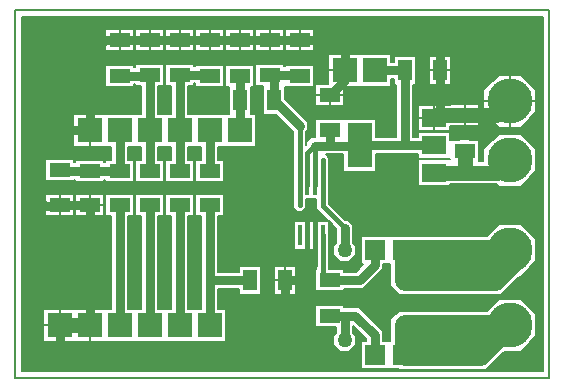
<source format=gbr>
G04 PROTEUS RS274X GERBER FILE*
%FSLAX45Y45*%
%MOMM*%
G01*
%ADD15C,0.762000*%
%ADD16C,1.270000*%
%ADD17C,1.778000*%
%ADD10C,0.381000*%
%ADD11C,1.270000*%
%ADD14C,0.203200*%
%ADD18R,2.032000X1.524000*%
%ADD19R,2.032000X3.810000*%
%ADD70R,1.803400X1.143000*%
%ADD12R,2.032000X2.032000*%
%ADD71R,1.143000X1.803400*%
%ADD20R,4.572000X1.651000*%
%ADD21R,1.651000X1.651000*%
%ADD13C,3.810000*%
%ADD22R,0.304800X1.778000*%
G36*
X+3453580Y+5077459D02*
X-957580Y+5077459D01*
X-957580Y+8069581D01*
X+3453580Y+8069581D01*
X+3453580Y+5077459D01*
G37*
%LPC*%
G36*
X+2919729Y+7146291D02*
X+2672079Y+7146291D01*
X+2672079Y+7104381D01*
X+2397761Y+7104381D01*
X+2397761Y+7327899D01*
X+2668271Y+7327899D01*
X+2668271Y+7331709D01*
X+2919729Y+7331709D01*
X+2919729Y+7146291D01*
G37*
G36*
X+2169159Y+7693659D02*
X+2193291Y+7693659D01*
X+2193291Y+7745729D01*
X+2378709Y+7745729D01*
X+2378709Y+7494271D01*
X+2359659Y+7494271D01*
X+2359659Y+7058659D01*
X+2397761Y+7058659D01*
X+2397761Y+7096759D01*
X+2672079Y+7096759D01*
X+2672079Y+7031709D01*
X+2746618Y+7031709D01*
X+2752968Y+7038059D01*
X+2835032Y+7038059D01*
X+2841382Y+7031709D01*
X+2919729Y+7031709D01*
X+2919729Y+6852919D01*
X+2948941Y+6852919D01*
X+2948941Y+6951637D01*
X+3081363Y+7084059D01*
X+3268637Y+7084059D01*
X+3401059Y+6951637D01*
X+3401059Y+6764363D01*
X+3268637Y+6631941D01*
X+3081363Y+6631941D01*
X+3058503Y+6654801D01*
X+2672079Y+6654801D01*
X+2672079Y+6642101D01*
X+2397761Y+6642101D01*
X+2397761Y+6865619D01*
X+2668271Y+6865619D01*
X+2668271Y+6873241D01*
X+2397761Y+6873241D01*
X+2397761Y+6911341D01*
X+2042159Y+6911341D01*
X+2042159Y+6758941D01*
X+1767841Y+6758941D01*
X+1767841Y+6908341D01*
X+1618890Y+6908341D01*
X+1646609Y+6880622D01*
X+1646609Y+6491928D01*
X+1781569Y+6356968D01*
X+1808511Y+6356968D01*
X+1851659Y+6313820D01*
X+1851659Y+6162432D01*
X+1877059Y+6137032D01*
X+1877059Y+6054968D01*
X+1819032Y+5996941D01*
X+1736968Y+5996941D01*
X+1678941Y+6054968D01*
X+1678941Y+6137032D01*
X+1704341Y+6162432D01*
X+1704341Y+6279740D01*
X+1642799Y+6341282D01*
X+1642799Y+6249430D01*
X+1646609Y+6245620D01*
X+1646609Y+5934709D01*
X+1776729Y+5934709D01*
X+1776729Y+5915659D01*
X+1874491Y+5915659D01*
X+1936723Y+5977891D01*
X+1913891Y+5977891D01*
X+1913891Y+6214109D01*
X+2228097Y+6214109D01*
X+2234447Y+6220459D01*
X+2337553Y+6220459D01*
X+2343903Y+6214109D01*
X+2355097Y+6214109D01*
X+2361447Y+6220459D01*
X+2979763Y+6220459D01*
X+3081363Y+6322059D01*
X+3268637Y+6322059D01*
X+3401059Y+6189637D01*
X+3401059Y+6002363D01*
X+3268637Y+5869941D01*
X+3251953Y+5869941D01*
X+3226553Y+5844541D01*
X+3226551Y+5844541D01*
X+3099551Y+5717541D01*
X+2234448Y+5717541D01*
X+2161542Y+5790447D01*
X+2161542Y+5917446D01*
X+2161541Y+5917447D01*
X+2161541Y+5977891D01*
X+2105659Y+5977891D01*
X+2105659Y+5938491D01*
X+1935509Y+5768341D01*
X+1776729Y+5768341D01*
X+1776729Y+5749291D01*
X+1525271Y+5749291D01*
X+1525271Y+5934709D01*
X+1537391Y+5934709D01*
X+1537391Y+6098541D01*
X+1346201Y+6098541D01*
X+1346201Y+6347459D01*
X+1636622Y+6347459D01*
X+1537391Y+6446690D01*
X+1537391Y+6528541D01*
X+1451609Y+6528541D01*
X+1451609Y+6454380D01*
X+1419620Y+6422391D01*
X+1374380Y+6422391D01*
X+1342391Y+6454380D01*
X+1342391Y+7098441D01*
X+1200561Y+7240271D01*
X+1086291Y+7240271D01*
X+1086291Y+7491291D01*
X+1017271Y+7491291D01*
X+1017271Y+7676709D01*
X+1268729Y+7676709D01*
X+1268729Y+7657659D01*
X+1271271Y+7657659D01*
X+1271271Y+7666709D01*
X+1522729Y+7666709D01*
X+1522729Y+7481291D01*
X+1271709Y+7481291D01*
X+1271709Y+7377459D01*
X+1470658Y+7178510D01*
X+1470658Y+7117490D01*
X+1451609Y+7098441D01*
X+1451609Y+6989837D01*
X+1453341Y+6991569D01*
X+1453341Y+7012511D01*
X+1496489Y+7055659D01*
X+1525271Y+7055659D01*
X+1525271Y+7204709D01*
X+1767841Y+7204709D01*
X+1767841Y+7211059D01*
X+2042159Y+7211059D01*
X+2042159Y+7058659D01*
X+2212341Y+7058659D01*
X+2212341Y+7494271D01*
X+2193291Y+7494271D01*
X+2193291Y+7546341D01*
X+2169159Y+7546341D01*
X+2169159Y+7482841D01*
X+1776729Y+7482841D01*
X+1776729Y+7319291D01*
X+1525271Y+7319291D01*
X+1525271Y+7504709D01*
X+1640841Y+7504709D01*
X+1640841Y+7757159D01*
X+2169159Y+7757159D01*
X+2169159Y+7693659D01*
G37*
G36*
X+506729Y+7657659D02*
X+509271Y+7657659D01*
X+509271Y+7666709D01*
X+760729Y+7666709D01*
X+760729Y+7481291D01*
X+509271Y+7481291D01*
X+509271Y+7510341D01*
X+506729Y+7510341D01*
X+506729Y+7491291D01*
X+454659Y+7491291D01*
X+454659Y+7249159D01*
X+796291Y+7249159D01*
X+796291Y+7481291D01*
X+763271Y+7481291D01*
X+763271Y+7666709D01*
X+1014729Y+7666709D01*
X+1014729Y+7481291D01*
X+981709Y+7481291D01*
X+981709Y+7249159D01*
X+1026159Y+7249159D01*
X+1026159Y+6974841D01*
X+708659Y+6974841D01*
X+708659Y+6859709D01*
X+760729Y+6859709D01*
X+760729Y+6674291D01*
X+509271Y+6674291D01*
X+509271Y+6859709D01*
X+561341Y+6859709D01*
X+561341Y+6974841D01*
X+454659Y+6974841D01*
X+454659Y+6859709D01*
X+506729Y+6859709D01*
X+506729Y+6674291D01*
X+255271Y+6674291D01*
X+255271Y+6859709D01*
X+307341Y+6859709D01*
X+307341Y+6974841D01*
X+200659Y+6974841D01*
X+200659Y+6859709D01*
X+252729Y+6859709D01*
X+252729Y+6674291D01*
X+1271Y+6674291D01*
X+1271Y+6859709D01*
X+53341Y+6859709D01*
X+53341Y+6974841D01*
X-53341Y+6974841D01*
X-53341Y+6859709D01*
X-1271Y+6859709D01*
X-1271Y+6674291D01*
X-252729Y+6674291D01*
X-252729Y+6693341D01*
X-255271Y+6693341D01*
X-255271Y+6674291D01*
X-506729Y+6674291D01*
X-506729Y+6693341D01*
X-509271Y+6693341D01*
X-509271Y+6684291D01*
X-760729Y+6684291D01*
X-760729Y+6869709D01*
X-509271Y+6869709D01*
X-509271Y+6840659D01*
X-506729Y+6840659D01*
X-506729Y+6859709D01*
X-255271Y+6859709D01*
X-255271Y+6840659D01*
X-252729Y+6840659D01*
X-252729Y+6859709D01*
X-200659Y+6859709D01*
X-200659Y+6974841D01*
X-518159Y+6974841D01*
X-518159Y+7249159D01*
X+53341Y+7249159D01*
X+53341Y+7491291D01*
X+1271Y+7491291D01*
X+1271Y+7500341D01*
X-1271Y+7500341D01*
X-1271Y+7481291D01*
X-252729Y+7481291D01*
X-252729Y+7666709D01*
X-1271Y+7666709D01*
X-1271Y+7647659D01*
X+1271Y+7647659D01*
X+1271Y+7676709D01*
X+252729Y+7676709D01*
X+252729Y+7491291D01*
X+200659Y+7491291D01*
X+200659Y+7249159D01*
X+307341Y+7249159D01*
X+307341Y+7491291D01*
X+255271Y+7491291D01*
X+255271Y+7676709D01*
X+506729Y+7676709D01*
X+506729Y+7657659D01*
G37*
G36*
X+760729Y+6384291D02*
X+708659Y+6384291D01*
X+708659Y+5915659D01*
X+887291Y+5915659D01*
X+887291Y+5967729D01*
X+1072709Y+5967729D01*
X+1072709Y+5716271D01*
X+887291Y+5716271D01*
X+887291Y+5768341D01*
X+708659Y+5768341D01*
X+708659Y+5598159D01*
X+772159Y+5598159D01*
X+772159Y+5323841D01*
X-772159Y+5323841D01*
X-772159Y+5598159D01*
X-200659Y+5598159D01*
X-200659Y+6384291D01*
X-252729Y+6384291D01*
X-252729Y+6569709D01*
X-1271Y+6569709D01*
X-1271Y+6384291D01*
X-53341Y+6384291D01*
X-53341Y+5598159D01*
X+53341Y+5598159D01*
X+53341Y+6384291D01*
X+1271Y+6384291D01*
X+1271Y+6569709D01*
X+252729Y+6569709D01*
X+252729Y+6384291D01*
X+200659Y+6384291D01*
X+200659Y+5598159D01*
X+307341Y+5598159D01*
X+307341Y+6384291D01*
X+255271Y+6384291D01*
X+255271Y+6569709D01*
X+506729Y+6569709D01*
X+506729Y+6384291D01*
X+454659Y+6384291D01*
X+454659Y+5598159D01*
X+561341Y+5598159D01*
X+561341Y+6384291D01*
X+509271Y+6384291D01*
X+509271Y+6569709D01*
X+760729Y+6569709D01*
X+760729Y+6384291D01*
G37*
G36*
X-255271Y+6569709D02*
X-255271Y+6384291D01*
X-506729Y+6384291D01*
X-506729Y+6569709D01*
X-255271Y+6569709D01*
G37*
G36*
X-509271Y+6569709D02*
X-509271Y+6384291D01*
X-760729Y+6384291D01*
X-760729Y+6569709D01*
X-509271Y+6569709D01*
G37*
G36*
X+1362709Y+5716271D02*
X+1177291Y+5716271D01*
X+1177291Y+5967729D01*
X+1362709Y+5967729D01*
X+1362709Y+5716271D01*
G37*
G36*
X+1271Y+7781291D02*
X+1271Y+7966709D01*
X+252729Y+7966709D01*
X+252729Y+7781291D01*
X+1271Y+7781291D01*
G37*
G36*
X-252729Y+7781291D02*
X-252729Y+7966709D01*
X-1271Y+7966709D01*
X-1271Y+7781291D01*
X-252729Y+7781291D01*
G37*
G36*
X+1017271Y+7781291D02*
X+1017271Y+7966709D01*
X+1268729Y+7966709D01*
X+1268729Y+7781291D01*
X+1017271Y+7781291D01*
G37*
G36*
X+509271Y+7781291D02*
X+509271Y+7966709D01*
X+760729Y+7966709D01*
X+760729Y+7781291D01*
X+509271Y+7781291D01*
G37*
G36*
X+255271Y+7781291D02*
X+255271Y+7966709D01*
X+506729Y+7966709D01*
X+506729Y+7781291D01*
X+255271Y+7781291D01*
G37*
G36*
X+3401059Y+5554637D02*
X+3401059Y+5367363D01*
X+3268637Y+5234941D01*
X+3124953Y+5234941D01*
X+3099553Y+5209541D01*
X+3099551Y+5209541D01*
X+2972552Y+5082542D01*
X+2921000Y+5082542D01*
X+2361447Y+5082541D01*
X+2361446Y+5082542D01*
X+2234448Y+5082542D01*
X+2228099Y+5088891D01*
X+1913891Y+5088891D01*
X+1913891Y+5325109D01*
X+1957469Y+5325109D01*
X+1957469Y+5348969D01*
X+1851659Y+5454779D01*
X+1851659Y+5400432D01*
X+1877059Y+5375032D01*
X+1877059Y+5292968D01*
X+1819032Y+5234941D01*
X+1736968Y+5234941D01*
X+1678941Y+5292968D01*
X+1678941Y+5375032D01*
X+1704341Y+5400432D01*
X+1704341Y+5449291D01*
X+1525271Y+5449291D01*
X+1525271Y+5634709D01*
X+1776729Y+5634709D01*
X+1776729Y+5615659D01*
X+1899115Y+5615659D01*
X+2104787Y+5409987D01*
X+2104787Y+5325109D01*
X+2161541Y+5325109D01*
X+2161541Y+5385553D01*
X+2161542Y+5385554D01*
X+2161542Y+5512553D01*
X+2234448Y+5585459D01*
X+2979763Y+5585459D01*
X+3081363Y+5687059D01*
X+3268637Y+5687059D01*
X+3401059Y+5554637D01*
G37*
G36*
X+2948941Y+7264363D02*
X+2948941Y+7451637D01*
X+3081363Y+7584059D01*
X+3268637Y+7584059D01*
X+3401059Y+7451637D01*
X+3401059Y+7264363D01*
X+3268637Y+7131941D01*
X+3081363Y+7131941D01*
X+2948941Y+7264363D01*
G37*
G36*
X+1271271Y+7781291D02*
X+1271271Y+7966709D01*
X+1522729Y+7966709D01*
X+1522729Y+7781291D01*
X+1271271Y+7781291D01*
G37*
G36*
X+763271Y+7781291D02*
X+763271Y+7966709D01*
X+1014729Y+7966709D01*
X+1014729Y+7781291D01*
X+763271Y+7781291D01*
G37*
G36*
X+2678709Y+7494271D02*
X+2493291Y+7494271D01*
X+2493291Y+7745729D01*
X+2678709Y+7745729D01*
X+2678709Y+7494271D01*
G37*
%LPD*%
D15*
X-635000Y+6477000D02*
X-381000Y+6477000D01*
X-127000Y+6767000D02*
X-381000Y+6767000D01*
X-625000Y+6767000D01*
X-635000Y+6777000D01*
X+381000Y+7584000D02*
X+625000Y+7584000D01*
X+635000Y+7574000D01*
X+381000Y+7874000D02*
X+635000Y+7874000D01*
X-127000Y+7874000D02*
X+127000Y+7874000D01*
X+381000Y+7874000D01*
X-127000Y+7574000D02*
X+117000Y+7574000D01*
X+127000Y+7584000D01*
X+2534920Y+6985000D02*
X+2592172Y+6985000D01*
D16*
X+2794000Y+6939000D02*
X+2794000Y+6807287D01*
D17*
X+2413000Y+6096000D02*
X+3175000Y+6096000D01*
X+2286000Y+5334000D02*
X+3048000Y+5334000D01*
X+2413000Y+5207000D02*
X+2921000Y+5207000D01*
X+3048000Y+5334000D01*
X+3175000Y+5461000D01*
X+2286000Y+5461000D01*
X+2286000Y+5334000D01*
X+2286000Y+5207000D01*
X+2413000Y+5207000D01*
X+2286000Y+5969000D02*
X+3175000Y+5969000D01*
X+3175000Y+6096000D02*
X+3175000Y+5969000D01*
X+3048000Y+5842000D01*
X+2286000Y+5842000D01*
X+2286000Y+5969000D01*
X+2286000Y+6096000D01*
D15*
X+1651000Y+5842000D02*
X+1905000Y+5842000D01*
X+2032000Y+5969000D01*
X+2032000Y+6096000D01*
X+381000Y+7112000D02*
X+381000Y+6767000D01*
X+381000Y+7112000D02*
X+381000Y+7584000D01*
X+127000Y+7112000D02*
X+127000Y+6767000D01*
X+127000Y+7584000D02*
X+127000Y+7112000D01*
X-127000Y+7112000D02*
X-127000Y+6767000D01*
X-381000Y+7112000D02*
X-762000Y+7112000D01*
X-889000Y+6985000D01*
X-889000Y+6595261D01*
X-762244Y+6468505D01*
X-643495Y+6468505D01*
X-635000Y+6477000D01*
X-127000Y+7874000D02*
X-254000Y+7874000D01*
X-381000Y+7747000D01*
X-381000Y+7112000D01*
X+889000Y+7874000D02*
X+635000Y+7874000D01*
X+635000Y+7112000D02*
X+635000Y+6767000D01*
X+1143000Y+7584000D02*
X+1270000Y+7584000D01*
X+1387000Y+7584000D01*
X+1397000Y+7574000D01*
X+889000Y+7874000D02*
X+1143000Y+7874000D01*
X+1397000Y+7874000D01*
D16*
X+2667000Y+6753860D02*
X+2771140Y+6753860D01*
X+2794000Y+6753860D01*
X+3070860Y+6753860D01*
X+3175000Y+6858000D01*
X+2534920Y+6753860D02*
X+2667000Y+6753860D01*
X+2794000Y+6753860D02*
X+2794000Y+6807287D01*
X+2667000Y+7239000D02*
X+2794000Y+7239000D01*
X+3056000Y+7239000D01*
X+3175000Y+7358000D01*
D15*
X+635000Y+6477000D02*
X+635000Y+6223000D01*
D10*
X+1592000Y+6223000D02*
X+1592000Y+5901000D01*
X+1651000Y+5842000D01*
D15*
X+1651000Y+5542000D02*
X+1778000Y+5542000D01*
X+1868606Y+5542000D01*
X+2031128Y+5379478D01*
X+2031128Y+5207872D01*
X+2032000Y+5207000D01*
D10*
X+1462000Y+6223000D02*
X+1462000Y+5907000D01*
X+1460500Y+5905500D01*
X+1527000Y+6223000D02*
X+1527000Y+5972000D01*
X+1524000Y+5969000D01*
X+1462000Y+5907000D01*
X+1460500Y+5905500D02*
X+1397000Y+5842000D01*
X+1462000Y+6223000D02*
X+1462000Y+6390694D01*
X+1462790Y+6391484D01*
X+1527000Y+6223000D02*
X+1527000Y+6384288D01*
X+1527395Y+6384683D01*
X+1462000Y+6653000D02*
X+1462000Y+6923000D01*
X+1524000Y+6985000D01*
D15*
X+1905000Y+6985000D02*
X+2032000Y+6985000D01*
D16*
X+2557780Y+7239000D02*
X+2667000Y+7239000D01*
D15*
X-381000Y+5461000D02*
X-381000Y+6477000D01*
X-127000Y+6477000D02*
X-127000Y+5461000D01*
X+127000Y+6477000D02*
X+127000Y+5461000D01*
X+381000Y+6477000D02*
X+381000Y+5461000D01*
D16*
X-635000Y+5461000D02*
X-381000Y+5461000D01*
D15*
X+980000Y+5842000D02*
X+635000Y+5842000D01*
X+635000Y+6223000D02*
X+635000Y+5842000D01*
X+635000Y+5461000D01*
X+1397000Y+5842000D02*
X+1270000Y+5842000D01*
D10*
X+1592000Y+6653000D02*
X+1592000Y+6858003D01*
X+1591772Y+6858231D01*
X+1397000Y+6653000D02*
X+1397000Y+6477000D01*
D15*
X+1179000Y+7366000D02*
X+1179000Y+7548000D01*
X+1143000Y+7584000D01*
X+1179000Y+7366000D02*
X+1397000Y+7148000D01*
D10*
X+1397000Y+6653000D02*
X+1397000Y+7148000D01*
X+1527000Y+6653000D02*
X+1527000Y+6982000D01*
X+1524000Y+6985000D01*
D15*
X+1778000Y+6283309D02*
X+1778000Y+6096000D01*
D10*
X+1592000Y+6653000D02*
X+1592000Y+6469309D01*
X+1616301Y+6445008D01*
X+1778000Y+6283309D01*
D15*
X+1778000Y+5334000D02*
X+1778000Y+5542000D01*
X+1778000Y+7874000D02*
X+1778000Y+7620000D01*
X+2586000Y+7620000D02*
X+2586000Y+7267220D01*
X+2557780Y+7239000D01*
X+2534920Y+7216140D01*
X+2586000Y+7620000D02*
X+2586000Y+7828000D01*
X+2540000Y+7874000D01*
X+1778000Y+7874000D01*
X+1651000Y+7874000D01*
X+1397000Y+7874000D02*
X+1651000Y+7874000D01*
X+2032000Y+7620000D02*
X+2286000Y+7620000D01*
X+2286000Y+6985000D01*
X+2032000Y+6985000D02*
X+2286000Y+6985000D01*
X+2534920Y+6985000D01*
X+1651000Y+7412000D02*
X+1778000Y+7539000D01*
X+1778000Y+7620000D01*
X-635000Y+5461000D02*
X-635000Y+5241494D01*
X-601029Y+5207523D01*
X+1016523Y+5207523D01*
X+1270000Y+5461000D01*
X+1270000Y+5842000D01*
X+1651000Y+7112000D02*
X+1651000Y+6985000D01*
X+1651000Y+6982000D01*
D10*
X+1524000Y+6985000D02*
X+1651000Y+6985000D01*
X+1905000Y+6985000D01*
D15*
X+1527000Y+6982000D02*
X+1651000Y+6982000D01*
X+1902000Y+6982000D01*
X+1905000Y+6985000D01*
X+889000Y+7366000D02*
X+889000Y+7574000D01*
X+889000Y+7366000D02*
X+889000Y+7112000D01*
D11*
X+1778000Y+6096000D03*
X+1778000Y+5334000D03*
D14*
X+3453580Y+5077459D02*
X-957580Y+5077459D01*
X-957580Y+8069581D01*
X+3453580Y+8069581D01*
X+3453580Y+5077459D01*
X+2919729Y+7146291D02*
X+2672079Y+7146291D01*
X+2672079Y+7104381D01*
X+2397761Y+7104381D01*
X+2397761Y+7327899D01*
X+2668271Y+7327899D01*
X+2668271Y+7331709D01*
X+2919729Y+7331709D01*
X+2919729Y+7146291D01*
X+2169159Y+7693659D02*
X+2193291Y+7693659D01*
X+2193291Y+7745729D01*
X+2378709Y+7745729D01*
X+2378709Y+7494271D01*
X+2359659Y+7494271D01*
X+2359659Y+7058659D01*
X+2397761Y+7058659D01*
X+2397761Y+7096759D01*
X+2672079Y+7096759D01*
X+2672079Y+7031709D01*
X+2746618Y+7031709D01*
X+2752968Y+7038059D01*
X+2835032Y+7038059D01*
X+2841382Y+7031709D01*
X+2919729Y+7031709D01*
X+2919729Y+6852919D01*
X+2948941Y+6852919D01*
X+2948941Y+6951637D01*
X+3081363Y+7084059D01*
X+3268637Y+7084059D01*
X+3401059Y+6951637D01*
X+3401059Y+6764363D01*
X+3268637Y+6631941D01*
X+3081363Y+6631941D01*
X+3058503Y+6654801D01*
X+2672079Y+6654801D01*
X+2672079Y+6642101D01*
X+2397761Y+6642101D01*
X+2397761Y+6865619D01*
X+2668271Y+6865619D01*
X+2668271Y+6873241D01*
X+2397761Y+6873241D01*
X+2397761Y+6911341D01*
X+2042159Y+6911341D01*
X+2042159Y+6758941D01*
X+1767841Y+6758941D01*
X+1767841Y+6908341D01*
X+1618890Y+6908341D01*
X+1646609Y+6880622D01*
X+1646609Y+6491928D01*
X+1781569Y+6356968D01*
X+1808511Y+6356968D01*
X+1851659Y+6313820D01*
X+1851659Y+6162432D01*
X+1877059Y+6137032D01*
X+1877059Y+6054968D01*
X+1819032Y+5996941D01*
X+1736968Y+5996941D01*
X+1678941Y+6054968D01*
X+1678941Y+6137032D01*
X+1704341Y+6162432D01*
X+1704341Y+6279740D01*
X+1642799Y+6341282D01*
X+1642799Y+6249430D01*
X+1646609Y+6245620D01*
X+1646609Y+5934709D01*
X+1776729Y+5934709D01*
X+1776729Y+5915659D01*
X+1874491Y+5915659D01*
X+1936723Y+5977891D01*
X+1913891Y+5977891D01*
X+1913891Y+6214109D01*
X+2228097Y+6214109D01*
X+2234447Y+6220459D01*
X+2337553Y+6220459D01*
X+2343903Y+6214109D01*
X+2355097Y+6214109D01*
X+2361447Y+6220459D01*
X+2979763Y+6220459D01*
X+3081363Y+6322059D01*
X+3268637Y+6322059D01*
X+3401059Y+6189637D01*
X+3401059Y+6002363D01*
X+3268637Y+5869941D01*
X+3251953Y+5869941D01*
X+3226553Y+5844541D01*
X+3226551Y+5844541D01*
X+3099551Y+5717541D01*
X+2234448Y+5717541D01*
X+2161542Y+5790447D01*
X+2161542Y+5917446D01*
X+2161541Y+5917447D01*
X+2161541Y+5977891D01*
X+2105659Y+5977891D01*
X+2105659Y+5938491D01*
X+1935509Y+5768341D01*
X+1776729Y+5768341D01*
X+1776729Y+5749291D01*
X+1525271Y+5749291D01*
X+1525271Y+5934709D01*
X+1537391Y+5934709D01*
X+1537391Y+6098541D01*
X+1346201Y+6098541D01*
X+1346201Y+6347459D01*
X+1636622Y+6347459D01*
X+1537391Y+6446690D01*
X+1537391Y+6528541D01*
X+1451609Y+6528541D01*
X+1451609Y+6454380D01*
X+1419620Y+6422391D01*
X+1374380Y+6422391D01*
X+1342391Y+6454380D01*
X+1342391Y+7098441D01*
X+1200561Y+7240271D01*
X+1086291Y+7240271D01*
X+1086291Y+7491291D01*
X+1017271Y+7491291D01*
X+1017271Y+7676709D01*
X+1268729Y+7676709D01*
X+1268729Y+7657659D01*
X+1271271Y+7657659D01*
X+1271271Y+7666709D01*
X+1522729Y+7666709D01*
X+1522729Y+7481291D01*
X+1271709Y+7481291D01*
X+1271709Y+7377459D01*
X+1470658Y+7178510D01*
X+1470658Y+7117490D01*
X+1451609Y+7098441D01*
X+1451609Y+6989837D01*
X+1453341Y+6991569D01*
X+1453341Y+7012511D01*
X+1496489Y+7055659D01*
X+1525271Y+7055659D01*
X+1525271Y+7204709D01*
X+1767841Y+7204709D01*
X+1767841Y+7211059D01*
X+2042159Y+7211059D01*
X+2042159Y+7058659D01*
X+2212341Y+7058659D01*
X+2212341Y+7494271D01*
X+2193291Y+7494271D01*
X+2193291Y+7546341D01*
X+2169159Y+7546341D01*
X+2169159Y+7482841D01*
X+1776729Y+7482841D01*
X+1776729Y+7319291D01*
X+1525271Y+7319291D01*
X+1525271Y+7504709D01*
X+1640841Y+7504709D01*
X+1640841Y+7757159D01*
X+2169159Y+7757159D01*
X+2169159Y+7693659D01*
X+506729Y+7657659D02*
X+509271Y+7657659D01*
X+509271Y+7666709D01*
X+760729Y+7666709D01*
X+760729Y+7481291D01*
X+509271Y+7481291D01*
X+509271Y+7510341D01*
X+506729Y+7510341D01*
X+506729Y+7491291D01*
X+454659Y+7491291D01*
X+454659Y+7249159D01*
X+796291Y+7249159D01*
X+796291Y+7481291D01*
X+763271Y+7481291D01*
X+763271Y+7666709D01*
X+1014729Y+7666709D01*
X+1014729Y+7481291D01*
X+981709Y+7481291D01*
X+981709Y+7249159D01*
X+1026159Y+7249159D01*
X+1026159Y+6974841D01*
X+708659Y+6974841D01*
X+708659Y+6859709D01*
X+760729Y+6859709D01*
X+760729Y+6674291D01*
X+509271Y+6674291D01*
X+509271Y+6859709D01*
X+561341Y+6859709D01*
X+561341Y+6974841D01*
X+454659Y+6974841D01*
X+454659Y+6859709D01*
X+506729Y+6859709D01*
X+506729Y+6674291D01*
X+255271Y+6674291D01*
X+255271Y+6859709D01*
X+307341Y+6859709D01*
X+307341Y+6974841D01*
X+200659Y+6974841D01*
X+200659Y+6859709D01*
X+252729Y+6859709D01*
X+252729Y+6674291D01*
X+1271Y+6674291D01*
X+1271Y+6859709D01*
X+53341Y+6859709D01*
X+53341Y+6974841D01*
X-53341Y+6974841D01*
X-53341Y+6859709D01*
X-1271Y+6859709D01*
X-1271Y+6674291D01*
X-252729Y+6674291D01*
X-252729Y+6693341D01*
X-255271Y+6693341D01*
X-255271Y+6674291D01*
X-506729Y+6674291D01*
X-506729Y+6693341D01*
X-509271Y+6693341D01*
X-509271Y+6684291D01*
X-760729Y+6684291D01*
X-760729Y+6869709D01*
X-509271Y+6869709D01*
X-509271Y+6840659D01*
X-506729Y+6840659D01*
X-506729Y+6859709D01*
X-255271Y+6859709D01*
X-255271Y+6840659D01*
X-252729Y+6840659D01*
X-252729Y+6859709D01*
X-200659Y+6859709D01*
X-200659Y+6974841D01*
X-518159Y+6974841D01*
X-518159Y+7249159D01*
X+53341Y+7249159D01*
X+53341Y+7491291D01*
X+1271Y+7491291D01*
X+1271Y+7500341D01*
X-1271Y+7500341D01*
X-1271Y+7481291D01*
X-252729Y+7481291D01*
X-252729Y+7666709D01*
X-1271Y+7666709D01*
X-1271Y+7647659D01*
X+1271Y+7647659D01*
X+1271Y+7676709D01*
X+252729Y+7676709D01*
X+252729Y+7491291D01*
X+200659Y+7491291D01*
X+200659Y+7249159D01*
X+307341Y+7249159D01*
X+307341Y+7491291D01*
X+255271Y+7491291D01*
X+255271Y+7676709D01*
X+506729Y+7676709D01*
X+506729Y+7657659D01*
X+760729Y+6384291D02*
X+708659Y+6384291D01*
X+708659Y+5915659D01*
X+887291Y+5915659D01*
X+887291Y+5967729D01*
X+1072709Y+5967729D01*
X+1072709Y+5716271D01*
X+887291Y+5716271D01*
X+887291Y+5768341D01*
X+708659Y+5768341D01*
X+708659Y+5598159D01*
X+772159Y+5598159D01*
X+772159Y+5323841D01*
X-772159Y+5323841D01*
X-772159Y+5598159D01*
X-200659Y+5598159D01*
X-200659Y+6384291D01*
X-252729Y+6384291D01*
X-252729Y+6569709D01*
X-1271Y+6569709D01*
X-1271Y+6384291D01*
X-53341Y+6384291D01*
X-53341Y+5598159D01*
X+53341Y+5598159D01*
X+53341Y+6384291D01*
X+1271Y+6384291D01*
X+1271Y+6569709D01*
X+252729Y+6569709D01*
X+252729Y+6384291D01*
X+200659Y+6384291D01*
X+200659Y+5598159D01*
X+307341Y+5598159D01*
X+307341Y+6384291D01*
X+255271Y+6384291D01*
X+255271Y+6569709D01*
X+506729Y+6569709D01*
X+506729Y+6384291D01*
X+454659Y+6384291D01*
X+454659Y+5598159D01*
X+561341Y+5598159D01*
X+561341Y+6384291D01*
X+509271Y+6384291D01*
X+509271Y+6569709D01*
X+760729Y+6569709D01*
X+760729Y+6384291D01*
X-255271Y+6569709D02*
X-255271Y+6384291D01*
X-506729Y+6384291D01*
X-506729Y+6569709D01*
X-255271Y+6569709D01*
X-509271Y+6569709D02*
X-509271Y+6384291D01*
X-760729Y+6384291D01*
X-760729Y+6569709D01*
X-509271Y+6569709D01*
X+1362709Y+5716271D02*
X+1177291Y+5716271D01*
X+1177291Y+5967729D01*
X+1362709Y+5967729D01*
X+1362709Y+5716271D01*
X+1271Y+7781291D02*
X+1271Y+7966709D01*
X+252729Y+7966709D01*
X+252729Y+7781291D01*
X+1271Y+7781291D01*
X-252729Y+7781291D02*
X-252729Y+7966709D01*
X-1271Y+7966709D01*
X-1271Y+7781291D01*
X-252729Y+7781291D01*
X+1017271Y+7781291D02*
X+1017271Y+7966709D01*
X+1268729Y+7966709D01*
X+1268729Y+7781291D01*
X+1017271Y+7781291D01*
X+509271Y+7781291D02*
X+509271Y+7966709D01*
X+760729Y+7966709D01*
X+760729Y+7781291D01*
X+509271Y+7781291D01*
X+255271Y+7781291D02*
X+255271Y+7966709D01*
X+506729Y+7966709D01*
X+506729Y+7781291D01*
X+255271Y+7781291D01*
X+3401059Y+5554637D02*
X+3401059Y+5367363D01*
X+3268637Y+5234941D01*
X+3124953Y+5234941D01*
X+3099553Y+5209541D01*
X+3099551Y+5209541D01*
X+2972552Y+5082542D01*
X+2921000Y+5082542D01*
X+2361447Y+5082541D01*
X+2361446Y+5082542D01*
X+2234448Y+5082542D01*
X+2228099Y+5088891D01*
X+1913891Y+5088891D01*
X+1913891Y+5325109D01*
X+1957469Y+5325109D01*
X+1957469Y+5348969D01*
X+1851659Y+5454779D01*
X+1851659Y+5400432D01*
X+1877059Y+5375032D01*
X+1877059Y+5292968D01*
X+1819032Y+5234941D01*
X+1736968Y+5234941D01*
X+1678941Y+5292968D01*
X+1678941Y+5375032D01*
X+1704341Y+5400432D01*
X+1704341Y+5449291D01*
X+1525271Y+5449291D01*
X+1525271Y+5634709D01*
X+1776729Y+5634709D01*
X+1776729Y+5615659D01*
X+1899115Y+5615659D01*
X+2104787Y+5409987D01*
X+2104787Y+5325109D01*
X+2161541Y+5325109D01*
X+2161541Y+5385553D01*
X+2161542Y+5385554D01*
X+2161542Y+5512553D01*
X+2234448Y+5585459D01*
X+2979763Y+5585459D01*
X+3081363Y+5687059D01*
X+3268637Y+5687059D01*
X+3401059Y+5554637D01*
X+2948941Y+7264363D02*
X+2948941Y+7451637D01*
X+3081363Y+7584059D01*
X+3268637Y+7584059D01*
X+3401059Y+7451637D01*
X+3401059Y+7264363D01*
X+3268637Y+7131941D01*
X+3081363Y+7131941D01*
X+2948941Y+7264363D01*
X+1271271Y+7781291D02*
X+1271271Y+7966709D01*
X+1522729Y+7966709D01*
X+1522729Y+7781291D01*
X+1271271Y+7781291D01*
X+763271Y+7781291D02*
X+763271Y+7966709D01*
X+1014729Y+7966709D01*
X+1014729Y+7781291D01*
X+763271Y+7781291D01*
X+2678709Y+7494271D02*
X+2493291Y+7494271D01*
X+2493291Y+7745729D01*
X+2678709Y+7745729D01*
X+2678709Y+7494271D01*
X+2534920Y+7327899D02*
X+2534920Y+7216140D01*
X+2534920Y+7104381D02*
X+2534920Y+7216140D01*
X+2397761Y+7216140D02*
X+2534920Y+7216140D01*
X+2794000Y+7146291D02*
X+2794000Y+7239000D01*
X+2794000Y+7331709D02*
X+2794000Y+7239000D01*
X+2919729Y+7239000D02*
X+2794000Y+7239000D01*
X-381000Y+6569709D02*
X-381000Y+6477000D01*
X-381000Y+6384291D02*
X-381000Y+6477000D01*
X-506729Y+6477000D02*
X-381000Y+6477000D01*
X-255271Y+6477000D02*
X-381000Y+6477000D01*
X-635000Y+6569709D02*
X-635000Y+6477000D01*
X-635000Y+6384291D02*
X-635000Y+6477000D01*
X-760729Y+6477000D02*
X-635000Y+6477000D01*
X-509271Y+6477000D02*
X-635000Y+6477000D01*
X+1362709Y+5842000D02*
X+1270000Y+5842000D01*
X+1177291Y+5842000D02*
X+1270000Y+5842000D01*
X+1270000Y+5967729D02*
X+1270000Y+5842000D01*
X+1270000Y+5716271D02*
X+1270000Y+5842000D01*
X+127000Y+7781291D02*
X+127000Y+7874000D01*
X+127000Y+7966709D02*
X+127000Y+7874000D01*
X+252729Y+7874000D02*
X+127000Y+7874000D01*
X+1271Y+7874000D02*
X+127000Y+7874000D01*
X-127000Y+7781291D02*
X-127000Y+7874000D01*
X-127000Y+7966709D02*
X-127000Y+7874000D01*
X-1271Y+7874000D02*
X-127000Y+7874000D01*
X-252729Y+7874000D02*
X-127000Y+7874000D01*
X+1143000Y+7781291D02*
X+1143000Y+7874000D01*
X+1143000Y+7966709D02*
X+1143000Y+7874000D01*
X+1268729Y+7874000D02*
X+1143000Y+7874000D01*
X+1017271Y+7874000D02*
X+1143000Y+7874000D01*
X+635000Y+7781291D02*
X+635000Y+7874000D01*
X+635000Y+7966709D02*
X+635000Y+7874000D01*
X+760729Y+7874000D02*
X+635000Y+7874000D01*
X+509271Y+7874000D02*
X+635000Y+7874000D01*
X+381000Y+7781291D02*
X+381000Y+7874000D01*
X+381000Y+7966709D02*
X+381000Y+7874000D01*
X+506729Y+7874000D02*
X+381000Y+7874000D01*
X+255271Y+7874000D02*
X+381000Y+7874000D01*
X-381000Y+5323841D02*
X-381000Y+5461000D01*
X-381000Y+5598159D02*
X-381000Y+5461000D01*
X+2948941Y+7358000D02*
X+3175000Y+7358000D01*
X+3401059Y+7358000D02*
X+3175000Y+7358000D01*
X+3175000Y+7131941D02*
X+3175000Y+7358000D01*
X+3175000Y+7584059D02*
X+3175000Y+7358000D01*
X+1527000Y+6098541D02*
X+1527000Y+6223000D01*
X+1527000Y+6347459D02*
X+1527000Y+6223000D01*
X+1462000Y+6098541D02*
X+1462000Y+6223000D01*
X+1462000Y+6347459D02*
X+1462000Y+6223000D01*
X+1397000Y+7781291D02*
X+1397000Y+7874000D01*
X+1397000Y+7966709D02*
X+1397000Y+7874000D01*
X+1522729Y+7874000D02*
X+1397000Y+7874000D01*
X+1271271Y+7874000D02*
X+1397000Y+7874000D01*
X+889000Y+7781291D02*
X+889000Y+7874000D01*
X+889000Y+7966709D02*
X+889000Y+7874000D01*
X+1014729Y+7874000D02*
X+889000Y+7874000D01*
X+763271Y+7874000D02*
X+889000Y+7874000D01*
X+1640841Y+7620000D02*
X+1778000Y+7620000D01*
X+1778000Y+7482841D02*
X+1778000Y+7620000D01*
X+1778000Y+7757159D02*
X+1778000Y+7620000D01*
X-518159Y+7112000D02*
X-381000Y+7112000D01*
X-381000Y+6974841D02*
X-381000Y+7112000D01*
X-381000Y+7249159D02*
X-381000Y+7112000D01*
X-772159Y+5461000D02*
X-635000Y+5461000D01*
X-635000Y+5323841D02*
X-635000Y+5461000D01*
X-635000Y+5598159D02*
X-635000Y+5461000D01*
X+1651000Y+7319291D02*
X+1651000Y+7412000D01*
X+1525271Y+7412000D02*
X+1651000Y+7412000D01*
X+1776729Y+7412000D02*
X+1651000Y+7412000D01*
X+2678709Y+7620000D02*
X+2586000Y+7620000D01*
X+2493291Y+7620000D02*
X+2586000Y+7620000D01*
X+2586000Y+7745729D02*
X+2586000Y+7620000D01*
X+2586000Y+7494271D02*
X+2586000Y+7620000D01*
D18*
X+2534920Y+7216140D03*
D19*
X+1905000Y+6985000D03*
D18*
X+2534920Y+6985000D03*
X+2534920Y+6753860D03*
D70*
X+2794000Y+7239000D03*
X+2794000Y+6939000D03*
X-127000Y+6767000D03*
X-127000Y+6477000D03*
X-381000Y+6477000D03*
X-381000Y+6767000D03*
X-635000Y+6477000D03*
X-635000Y+6777000D03*
D12*
X-127000Y+5461000D03*
X+127000Y+5461000D03*
X+381000Y+5461000D03*
X+635000Y+7112000D03*
D70*
X+635000Y+6477000D03*
X+635000Y+6767000D03*
D71*
X+980000Y+5842000D03*
X+1270000Y+5842000D03*
D70*
X+127000Y+6767000D03*
X+127000Y+6477000D03*
X+127000Y+7874000D03*
X+127000Y+7584000D03*
X-127000Y+7874000D03*
X-127000Y+7574000D03*
D71*
X+889000Y+7366000D03*
X+1179000Y+7366000D03*
D70*
X+1143000Y+7874000D03*
X+1143000Y+7584000D03*
X+635000Y+7874000D03*
X+635000Y+7574000D03*
X+381000Y+6767000D03*
X+381000Y+6477000D03*
X+381000Y+7874000D03*
X+381000Y+7584000D03*
D12*
X-381000Y+5461000D03*
D20*
X+2413000Y+6096000D03*
X+2413000Y+5207000D03*
D21*
X+2032000Y+5207000D03*
X+2032000Y+6096000D03*
D13*
X+3175000Y+6858000D03*
X+3175000Y+7358000D03*
X+3175000Y+6096000D03*
D22*
X+1592000Y+6223000D03*
X+1527000Y+6223000D03*
X+1462000Y+6223000D03*
X+1397000Y+6223000D03*
X+1397000Y+6653000D03*
X+1462000Y+6653000D03*
X+1527000Y+6653000D03*
X+1592000Y+6653000D03*
D13*
X+3175000Y+5461000D03*
D70*
X+1397000Y+7874000D03*
X+1397000Y+7574000D03*
X+1651000Y+5842000D03*
X+1651000Y+5542000D03*
X+889000Y+7874000D03*
X+889000Y+7574000D03*
D12*
X+2032000Y+7620000D03*
X+1778000Y+7620000D03*
X-127000Y+7112000D03*
X+127000Y+7112000D03*
X+381000Y+7112000D03*
X-381000Y+7112000D03*
X-635000Y+5461000D03*
X+889000Y+7112000D03*
X+635000Y+5461000D03*
D70*
X+1651000Y+7412000D03*
X+1651000Y+7112000D03*
D71*
X+2586000Y+7620000D03*
X+2286000Y+7620000D03*
D14*
X-1016000Y+5019040D02*
X+3512000Y+5019040D01*
X+3512000Y+8128000D01*
X-1016000Y+8128000D01*
X-1016000Y+5019040D01*
M02*

</source>
